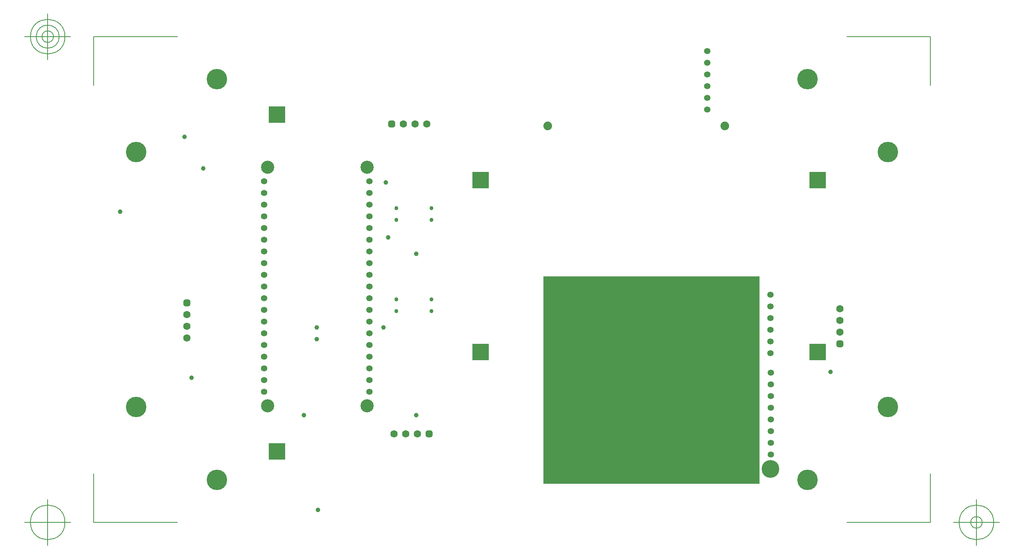
<source format=gbr>
G04 Generated by Ultiboard 14.2 *
%FSLAX24Y24*%
%MOIN*%

%ADD10C,0.0001*%
%ADD11C,0.0050*%
%ADD12C,0.0394*%
%ADD13C,0.1750*%
%ADD14R,1.8504X1.7717*%
%ADD15C,0.0337*%
%ADD16C,0.0633*%
%ADD17R,0.0208X0.0208*%
%ADD18C,0.0392*%
%ADD19C,0.0534*%
%ADD20C,0.1518*%
%ADD21R,0.1430X0.1430*%
%ADD22C,0.1124*%
%ADD23C,0.0740*%


G04 ColorRGB 9900CC for the following layer *
%LNSolder Mask Bottom*%
%LPD*%
G54D10*
G54D11*
X-35743Y-20768D02*
X-35743Y-16614D01*
X-35743Y-20768D02*
X-28594Y-20768D01*
X35743Y-20768D02*
X28594Y-20768D01*
X35743Y-20768D02*
X35743Y-16614D01*
X35743Y20768D02*
X35743Y16614D01*
X35743Y20768D02*
X28594Y20768D01*
X-35743Y20768D02*
X-28594Y20768D01*
X-35743Y20768D02*
X-35743Y16614D01*
X-37711Y-20768D02*
X-41648Y-20768D01*
X-39680Y-22736D02*
X-39680Y-18799D01*
X-41156Y-20768D02*
G75*
D01*
G02X-41156Y-20768I1476J0*
G01*
X37711Y-20768D02*
X41648Y-20768D01*
X39680Y-22736D02*
X39680Y-18799D01*
X38203Y-20768D02*
G75*
D01*
G02X38203Y-20768I1477J0*
G01*
X39188Y-20768D02*
G75*
D01*
G02X39188Y-20768I492J0*
G01*
X-37711Y20768D02*
X-41648Y20768D01*
X-39680Y18799D02*
X-39680Y22736D01*
X-41156Y20768D02*
G75*
D01*
G02X-41156Y20768I1476J0*
G01*
X-40664Y20768D02*
G75*
D01*
G02X-40664Y20768I984J0*
G01*
X-40172Y20768D02*
G75*
D01*
G02X-40172Y20768I492J0*
G01*
G54D12*
X-33500Y5800D03*
X-26400Y9500D03*
X-27400Y-8400D03*
X-16600Y-19700D03*
X27200Y-7900D03*
X-10600Y3600D03*
X-10800Y8300D03*
X-11000Y-4100D03*
X-16700Y-4100D03*
X-16700Y-5100D03*
X-17800Y-11600D03*
X-28000Y12200D03*
X-8200Y2200D03*
X-8200Y-11600D03*
G54D13*
X-25240Y17140D03*
X25240Y17140D03*
X32110Y10890D03*
X32110Y-10890D03*
X-32110Y10890D03*
X-25240Y-17140D03*
X25240Y-17140D03*
X-32110Y-10890D03*
G54D14*
X11900Y-8600D03*
G54D15*
X-9900Y-1700D03*
X-9900Y-2700D03*
X-6900Y-1700D03*
X-6900Y-2700D03*
X-6900Y5100D03*
X-6900Y6100D03*
X-9900Y5100D03*
X-9900Y6100D03*
G54D16*
X-8300Y13300D03*
X-9300Y13300D03*
X-7300Y13300D03*
X-27800Y-4000D03*
X-27800Y-3000D03*
X-27800Y-5000D03*
X28000Y-3500D03*
X28000Y-4500D03*
X28000Y-2500D03*
X-9096Y-13196D03*
X-8096Y-13196D03*
X-10096Y-13196D03*
G54D17*
X-10300Y13300D03*
X-27800Y-2000D03*
X28000Y-5500D03*
X-7096Y-13196D03*
G54D18*
X-10404Y13196D02*
X-10196Y13196D01*
X-10196Y13404D01*
X-10404Y13404D01*
X-10404Y13196D01*D02*
X-27904Y-2104D02*
X-27696Y-2104D01*
X-27696Y-1896D01*
X-27904Y-1896D01*
X-27904Y-2104D01*D02*
X27896Y-5604D02*
X28104Y-5604D01*
X28104Y-5396D01*
X27896Y-5396D01*
X27896Y-5604D01*D02*
X-7200Y-13300D02*
X-6992Y-13300D01*
X-6992Y-13092D01*
X-7200Y-13092D01*
X-7200Y-13300D01*D02*
G54D19*
X22100Y-7955D03*
X22100Y-8955D03*
X22100Y-9955D03*
X22100Y-10955D03*
X22100Y-11955D03*
X22100Y-12955D03*
X22100Y-13955D03*
X22100Y-14955D03*
X22092Y-6314D03*
X22092Y-5314D03*
X22092Y-4314D03*
X22092Y-3314D03*
X22092Y-2314D03*
X22092Y-1314D03*
X-12200Y-9600D03*
X-12200Y-8600D03*
X-12200Y-7600D03*
X-12200Y-6600D03*
X-12200Y-5600D03*
X-12200Y-4600D03*
X-12200Y-3600D03*
X-12200Y-2600D03*
X-12200Y-1600D03*
X-12200Y-600D03*
X-12200Y400D03*
X-12200Y1400D03*
X-12200Y2400D03*
X-12200Y3400D03*
X-12200Y4400D03*
X-12200Y5400D03*
X-12200Y6400D03*
X-12200Y7400D03*
X-12200Y8400D03*
X-21200Y-9600D03*
X-21200Y-8600D03*
X-21200Y-7600D03*
X-21200Y-6600D03*
X-21200Y-5600D03*
X-21200Y-4600D03*
X-21200Y-3600D03*
X-21200Y-2600D03*
X-21200Y-1600D03*
X-21200Y-600D03*
X-21200Y400D03*
X-21200Y1400D03*
X-21200Y2400D03*
X-21200Y3400D03*
X-21200Y4400D03*
X-21200Y5400D03*
X-21200Y6400D03*
X-21200Y7400D03*
X-21200Y8400D03*
X16660Y14540D03*
X16660Y15540D03*
X16660Y16540D03*
X16660Y17540D03*
X16660Y18540D03*
X16660Y19540D03*
G54D20*
X22092Y-16195D03*
G54D21*
X-20100Y-14700D03*
X-20100Y14100D03*
X-2700Y-6200D03*
X26100Y-6200D03*
X26100Y8500D03*
X-2700Y8500D03*
G54D22*
X-12400Y-10800D03*
X-20900Y-10800D03*
X-20900Y9600D03*
X-12400Y9600D03*
G54D23*
X18173Y13148D03*
X3027Y13148D03*

M02*

</source>
